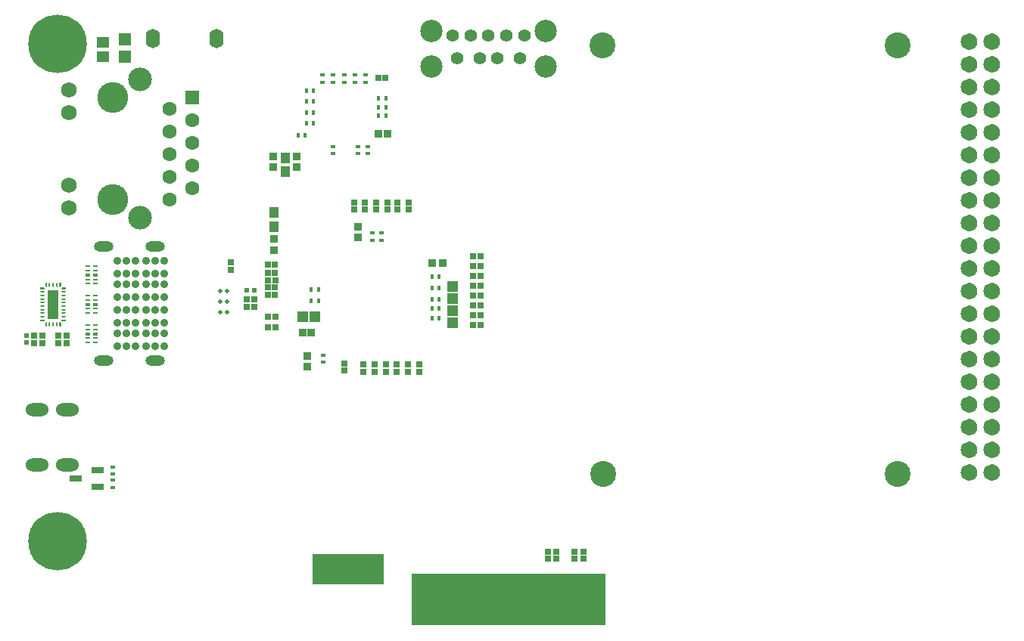
<source format=gbs>
G04*
G04 #@! TF.GenerationSoftware,Altium Limited,Altium Designer,21.6.4 (81)*
G04*
G04 Layer_Color=16711935*
%FSLAX44Y44*%
%MOMM*%
G71*
G04*
G04 #@! TF.SameCoordinates,3EDC82D6-234A-4603-B505-91B76C251D76*
G04*
G04*
G04 #@! TF.FilePolarity,Negative*
G04*
G01*
G75*
%ADD35R,0.5000X0.4000*%
%ADD45C,0.1800*%
G04:AMPARAMS|DCode=46|XSize=0.2mm|YSize=0.5mm|CornerRadius=0.05mm|HoleSize=0mm|Usage=FLASHONLY|Rotation=180.000|XOffset=0mm|YOffset=0mm|HoleType=Round|Shape=RoundedRectangle|*
%AMROUNDEDRECTD46*
21,1,0.2000,0.4000,0,0,180.0*
21,1,0.1000,0.5000,0,0,180.0*
1,1,0.1000,-0.0500,0.2000*
1,1,0.1000,0.0500,0.2000*
1,1,0.1000,0.0500,-0.2000*
1,1,0.1000,-0.0500,-0.2000*
%
%ADD46ROUNDEDRECTD46*%
G04:AMPARAMS|DCode=47|XSize=0.5mm|YSize=0.2mm|CornerRadius=0.05mm|HoleSize=0mm|Usage=FLASHONLY|Rotation=180.000|XOffset=0mm|YOffset=0mm|HoleType=Round|Shape=RoundedRectangle|*
%AMROUNDEDRECTD47*
21,1,0.5000,0.1000,0,0,180.0*
21,1,0.4000,0.2000,0,0,180.0*
1,1,0.1000,-0.2000,0.0500*
1,1,0.1000,0.2000,0.0500*
1,1,0.1000,0.2000,-0.0500*
1,1,0.1000,-0.2000,-0.0500*
%
%ADD47ROUNDEDRECTD47*%
G04:AMPARAMS|DCode=48|XSize=0.565mm|YSize=0.2mm|CornerRadius=0.05mm|HoleSize=0mm|Usage=FLASHONLY|Rotation=0.000|XOffset=0mm|YOffset=0mm|HoleType=Round|Shape=RoundedRectangle|*
%AMROUNDEDRECTD48*
21,1,0.5650,0.1000,0,0,0.0*
21,1,0.4650,0.2000,0,0,0.0*
1,1,0.1000,0.2325,-0.0500*
1,1,0.1000,-0.2325,-0.0500*
1,1,0.1000,-0.2325,0.0500*
1,1,0.1000,0.2325,0.0500*
%
%ADD48ROUNDEDRECTD48*%
%ADD64R,0.9051X0.9062*%
%ADD68R,0.4000X0.5000*%
%ADD77R,0.9062X0.9051*%
%ADD80R,0.5200X0.5200*%
%ADD90C,0.0000*%
%ADD91R,8.0000X3.4500*%
%ADD92R,21.7000X5.8500*%
%ADD93R,0.9144X4.3942*%
%ADD103R,0.7532X0.7532*%
G04:AMPARAMS|DCode=105|XSize=1.2mm|YSize=3.2mm|CornerRadius=0.048mm|HoleSize=0mm|Usage=FLASHONLY|Rotation=180.000|XOffset=0mm|YOffset=0mm|HoleType=Round|Shape=RoundedRectangle|*
%AMROUNDEDRECTD105*
21,1,1.2000,3.1040,0,0,180.0*
21,1,1.1040,3.2000,0,0,180.0*
1,1,0.0960,-0.5520,1.5520*
1,1,0.0960,0.5520,1.5520*
1,1,0.0960,0.5520,-1.5520*
1,1,0.0960,-0.5520,-1.5520*
%
%ADD105ROUNDEDRECTD105*%
G04:AMPARAMS|DCode=106|XSize=0.565mm|YSize=0.4mm|CornerRadius=0.05mm|HoleSize=0mm|Usage=FLASHONLY|Rotation=0.000|XOffset=0mm|YOffset=0mm|HoleType=Round|Shape=RoundedRectangle|*
%AMROUNDEDRECTD106*
21,1,0.5650,0.3000,0,0,0.0*
21,1,0.4650,0.4000,0,0,0.0*
1,1,0.1000,0.2325,-0.1500*
1,1,0.1000,-0.2325,-0.1500*
1,1,0.1000,-0.2325,0.1500*
1,1,0.1000,0.2325,0.1500*
%
%ADD106ROUNDEDRECTD106*%
%ADD107R,0.9032X0.8532*%
%ADD117R,0.6532X0.6532*%
%ADD118R,0.6532X0.6532*%
%ADD120R,0.8532X0.8532*%
%ADD123R,0.8032X0.7532*%
%ADD125O,2.2032X1.1176*%
%ADD126C,1.4112*%
%ADD127C,2.5032*%
%ADD128C,6.5532*%
G04:AMPARAMS|DCode=129|XSize=1.5mm|YSize=2.55mm|CornerRadius=0.75mm|HoleSize=0mm|Usage=FLASHONLY|Rotation=270.000|XOffset=0mm|YOffset=0mm|HoleType=Round|Shape=RoundedRectangle|*
%AMROUNDEDRECTD129*
21,1,1.5000,1.0500,0,0,270.0*
21,1,0.0000,2.5500,0,0,270.0*
1,1,1.5000,-0.5250,0.0000*
1,1,1.5000,-0.5250,0.0000*
1,1,1.5000,0.5250,0.0000*
1,1,1.5000,0.5250,0.0000*
%
%ADD129ROUNDEDRECTD129*%
%ADD130C,0.9032*%
%ADD131C,1.8232*%
%ADD132C,1.7332*%
%ADD133C,1.6012*%
%ADD134O,1.6032X2.1532*%
%ADD135R,1.6012X1.6012*%
%ADD136C,2.6482*%
%ADD137C,3.4532*%
%ADD138C,2.9032*%
%ADD139C,0.5000*%
%ADD169R,1.0582X1.3061*%
%ADD172R,1.3062X1.1544*%
%ADD174R,0.5200X0.5200*%
%ADD175R,1.1544X1.3062*%
%ADD177R,1.4621X1.3549*%
%ADD178R,1.4562X1.3046*%
%ADD181R,0.9144X3.4036*%
%ADD182R,1.4532X0.8032*%
%ADD183R,0.7532X0.7532*%
%ADD184R,0.7532X0.8032*%
%ADD185R,0.7032X0.6532*%
%ADD186R,0.7432X0.7832*%
G36*
X35500Y294500D02*
X35599D01*
X35783Y294424D01*
X35924Y294283D01*
X36000Y294099D01*
Y294000D01*
X36000D01*
Y290000D01*
X36000Y289900D01*
X35924Y289717D01*
X35783Y289576D01*
X35599Y289500D01*
X35500D01*
Y289500D01*
X34500Y289500D01*
X34400Y289500D01*
X34217Y289576D01*
X34076Y289717D01*
X34000Y289900D01*
X34000Y290000D01*
Y293600D01*
X34900Y294500D01*
X35500Y294500D01*
D02*
G37*
G36*
X33000Y297000D02*
X33099D01*
X33283Y296924D01*
X33424Y296783D01*
X33500Y296599D01*
Y296500D01*
X33500Y295900D01*
X32600Y295000D01*
X29000D01*
Y295000D01*
X28900Y295000D01*
X28717Y295076D01*
X28576Y295217D01*
X28500Y295401D01*
X28500Y295500D01*
X28500Y296500D01*
Y296599D01*
X28576Y296783D01*
X28717Y296924D01*
X28901Y297000D01*
X29000Y297000D01*
X33000Y297000D01*
Y297000D01*
D02*
G37*
G36*
X52000Y293600D02*
Y290000D01*
X52000D01*
X52000Y289900D01*
X51924Y289717D01*
X51783Y289576D01*
X51599Y289500D01*
X51500Y289500D01*
X50500Y289500D01*
X50401D01*
X50217Y289576D01*
X50076Y289717D01*
X50000Y289901D01*
X50000Y290000D01*
X50000Y294000D01*
Y294099D01*
X50076Y294283D01*
X50217Y294424D01*
X50401Y294500D01*
X50500D01*
X51100Y294500D01*
X52000Y293600D01*
D02*
G37*
G36*
X57000Y297000D02*
X57099Y297000D01*
X57283Y296924D01*
X57424Y296783D01*
X57500Y296599D01*
Y296500D01*
X57500D01*
X57500Y295500D01*
X57500Y295401D01*
X57424Y295217D01*
X57283Y295076D01*
X57099Y295000D01*
X57000Y295000D01*
X57000Y295000D01*
X53400D01*
X52500Y295900D01*
Y296500D01*
Y296599D01*
X52576Y296783D01*
X52717Y296924D01*
X52901Y297000D01*
X53000D01*
X53000Y297000D01*
X57000Y297000D01*
D02*
G37*
G36*
X29000Y333000D02*
X32600D01*
X33500Y332100D01*
X33500Y331500D01*
Y331401D01*
X33424Y331217D01*
X33283Y331076D01*
X33099Y331000D01*
X33000D01*
Y331000D01*
X29000D01*
X28901Y331000D01*
X28717Y331076D01*
X28576Y331217D01*
X28500Y331401D01*
Y331500D01*
Y331500D01*
X28500Y332500D01*
X28500Y332599D01*
X28576Y332783D01*
X28717Y332924D01*
X28900Y333000D01*
X29000Y333000D01*
D02*
G37*
G36*
X34500Y338500D02*
X35500Y338500D01*
Y338500D01*
X35599D01*
X35783Y338424D01*
X35924Y338283D01*
X36000Y338099D01*
X36000Y338000D01*
Y334000D01*
X36000Y334000D01*
Y333901D01*
X35924Y333717D01*
X35783Y333576D01*
X35599Y333500D01*
X34900D01*
X34000Y334400D01*
Y338000D01*
X34000Y338100D01*
X34076Y338283D01*
X34217Y338424D01*
X34400Y338500D01*
X34500Y338500D01*
D02*
G37*
G36*
X51783Y338424D02*
X51924Y338283D01*
X52000Y338100D01*
X52000Y338000D01*
X52000Y338000D01*
Y334400D01*
X51100Y333500D01*
X50401D01*
X50217Y333576D01*
X50076Y333717D01*
X50000Y333901D01*
Y334000D01*
Y334000D01*
X50000Y338000D01*
X50000Y338099D01*
X50076Y338283D01*
X50217Y338424D01*
X50401Y338500D01*
X50500D01*
X50500Y338500D01*
X51500Y338500D01*
X51599Y338500D01*
X51783Y338424D01*
D02*
G37*
G36*
X57283Y332924D02*
X57424Y332783D01*
X57500Y332599D01*
X57500Y332500D01*
X57500Y331500D01*
X57500Y331500D01*
Y331401D01*
X57424Y331217D01*
X57283Y331076D01*
X57099Y331000D01*
X57000Y331000D01*
X53000D01*
X53000Y331000D01*
X52901D01*
X52717Y331076D01*
X52576Y331217D01*
X52500Y331401D01*
Y331500D01*
Y332100D01*
X53400Y333000D01*
X57000D01*
X57099Y333000D01*
X57283Y332924D01*
D02*
G37*
G54D35*
X109500Y132000D02*
D03*
Y124000D02*
D03*
Y109000D02*
D03*
Y117000D02*
D03*
X392750Y570750D02*
D03*
X368750D02*
D03*
X384000Y483000D02*
D03*
X356500Y570750D02*
D03*
X400000Y386000D02*
D03*
X392750Y562750D02*
D03*
X380750D02*
D03*
X368750D02*
D03*
X356500D02*
D03*
X356000Y491000D02*
D03*
X410000Y394000D02*
D03*
X395000Y491000D02*
D03*
X400000Y394000D02*
D03*
X384000Y491000D02*
D03*
X344500Y562750D02*
D03*
X345000Y249000D02*
D03*
X410000Y386000D02*
D03*
X345000Y257000D02*
D03*
X380750Y570750D02*
D03*
X395000Y483000D02*
D03*
X344500Y570750D02*
D03*
X356000Y483000D02*
D03*
G54D45*
X35000Y292000D02*
D03*
X51000D02*
D03*
X35000Y336000D02*
D03*
X51000D02*
D03*
X31000Y296000D02*
D03*
Y332000D02*
D03*
X55000Y296000D02*
D03*
Y332000D02*
D03*
G54D46*
X39000Y336000D02*
D03*
X43000D02*
D03*
X47000D02*
D03*
Y292000D02*
D03*
X43000D02*
D03*
X39000D02*
D03*
G54D47*
X31000Y300000D02*
D03*
Y304000D02*
D03*
Y308000D02*
D03*
Y312000D02*
D03*
Y316000D02*
D03*
Y320000D02*
D03*
Y324000D02*
D03*
Y328000D02*
D03*
X55000D02*
D03*
Y324000D02*
D03*
Y320000D02*
D03*
Y316000D02*
D03*
Y312000D02*
D03*
Y308000D02*
D03*
Y304000D02*
D03*
Y300000D02*
D03*
G54D48*
X81650Y291000D02*
D03*
X90000D02*
D03*
X81650Y286000D02*
D03*
X90000D02*
D03*
X81650Y276000D02*
D03*
X90000D02*
D03*
X81650Y271000D02*
D03*
X90000D02*
D03*
X81825Y357000D02*
D03*
X90175D02*
D03*
X81825Y352000D02*
D03*
X90175D02*
D03*
Y342000D02*
D03*
X81825D02*
D03*
X90175Y337000D02*
D03*
X81825D02*
D03*
X90350Y319000D02*
D03*
X82000D02*
D03*
Y309000D02*
D03*
X90350D02*
D03*
Y304000D02*
D03*
X82000D02*
D03*
Y324000D02*
D03*
X90350D02*
D03*
G54D64*
X466994Y360000D02*
D03*
X479006D02*
D03*
G54D68*
X415000Y535000D02*
D03*
X407000D02*
D03*
X415000Y525000D02*
D03*
X326500Y553000D02*
D03*
Y528750D02*
D03*
Y517000D02*
D03*
X467000Y345000D02*
D03*
Y320000D02*
D03*
Y309000D02*
D03*
X475000D02*
D03*
Y345000D02*
D03*
Y320000D02*
D03*
Y332000D02*
D03*
X467000Y298000D02*
D03*
X407000Y545000D02*
D03*
Y525000D02*
D03*
X334500Y553000D02*
D03*
Y541000D02*
D03*
Y528750D02*
D03*
X325000Y503000D02*
D03*
X334500Y517000D02*
D03*
X332000Y318000D02*
D03*
Y331000D02*
D03*
X340000Y318000D02*
D03*
Y331000D02*
D03*
X467000Y332000D02*
D03*
X415000Y545000D02*
D03*
X326500Y541000D02*
D03*
X317000Y503000D02*
D03*
X475000Y298000D02*
D03*
G54D77*
X327000Y256006D02*
D03*
Y243994D02*
D03*
X290000Y387006D02*
D03*
Y374994D02*
D03*
X289500Y467494D02*
D03*
Y479506D02*
D03*
X315500D02*
D03*
Y467494D02*
D03*
X384000Y388994D02*
D03*
Y401006D02*
D03*
G54D80*
X259750Y329750D02*
D03*
X267750D02*
D03*
G54D90*
X1076211Y608600D02*
X1075828Y611138D01*
X1074714Y613451D01*
X1072969Y615332D01*
X1070746Y616615D01*
X1068243Y617187D01*
X1065684Y616995D01*
X1063295Y616057D01*
X1061288Y614457D01*
X1059842Y612336D01*
X1059086Y609883D01*
Y607317D01*
X1059842Y604864D01*
X1061288Y602743D01*
X1063295Y601143D01*
X1065684Y600205D01*
X1068243Y600014D01*
X1070746Y600585D01*
X1072969Y601868D01*
X1074714Y603750D01*
X1075828Y606062D01*
X1076211Y608600D01*
X1101611D02*
X1101228Y611138D01*
X1100114Y613451D01*
X1098369Y615332D01*
X1096146Y616615D01*
X1093643Y617187D01*
X1091084Y616995D01*
X1088695Y616057D01*
X1086688Y614457D01*
X1085242Y612336D01*
X1084486Y609883D01*
Y607317D01*
X1085242Y604864D01*
X1086688Y602743D01*
X1088695Y601143D01*
X1091084Y600205D01*
X1093643Y600014D01*
X1096146Y600585D01*
X1098369Y601868D01*
X1100114Y603750D01*
X1101228Y606062D01*
X1101611Y608600D01*
X1076211Y583200D02*
X1075828Y585738D01*
X1074714Y588050D01*
X1072969Y589932D01*
X1070746Y591215D01*
X1068243Y591786D01*
X1065684Y591595D01*
X1063295Y590657D01*
X1061288Y589057D01*
X1059842Y586936D01*
X1059086Y584483D01*
Y581917D01*
X1059842Y579464D01*
X1061288Y577343D01*
X1063295Y575743D01*
X1065684Y574805D01*
X1068243Y574613D01*
X1070746Y575185D01*
X1072969Y576468D01*
X1074714Y578349D01*
X1075828Y580662D01*
X1076211Y583200D01*
X1101611D02*
X1101228Y585738D01*
X1100114Y588050D01*
X1098369Y589932D01*
X1096146Y591215D01*
X1093643Y591786D01*
X1091084Y591595D01*
X1088695Y590657D01*
X1086688Y589057D01*
X1085242Y586936D01*
X1084486Y584483D01*
Y581917D01*
X1085242Y579464D01*
X1086688Y577343D01*
X1088695Y575743D01*
X1091084Y574805D01*
X1093643Y574613D01*
X1096146Y575185D01*
X1098369Y576468D01*
X1100114Y578349D01*
X1101228Y580662D01*
X1101611Y583200D01*
X1076211Y557800D02*
X1075828Y560338D01*
X1074714Y562650D01*
X1072969Y564532D01*
X1070746Y565815D01*
X1068243Y566386D01*
X1065684Y566195D01*
X1063295Y565257D01*
X1061288Y563657D01*
X1059842Y561536D01*
X1059086Y559083D01*
Y556517D01*
X1059842Y554064D01*
X1061288Y551943D01*
X1063295Y550343D01*
X1065684Y549405D01*
X1068243Y549213D01*
X1070746Y549785D01*
X1072969Y551068D01*
X1074714Y552949D01*
X1075828Y555262D01*
X1076211Y557800D01*
X1101611D02*
X1101228Y560338D01*
X1100114Y562650D01*
X1098369Y564532D01*
X1096146Y565815D01*
X1093643Y566386D01*
X1091084Y566195D01*
X1088695Y565257D01*
X1086688Y563657D01*
X1085242Y561536D01*
X1084486Y559083D01*
Y556517D01*
X1085242Y554064D01*
X1086688Y551943D01*
X1088695Y550343D01*
X1091084Y549405D01*
X1093643Y549213D01*
X1096146Y549785D01*
X1098369Y551068D01*
X1100114Y552949D01*
X1101228Y555262D01*
X1101611Y557800D01*
X1076211Y532400D02*
X1075828Y534938D01*
X1074714Y537251D01*
X1072969Y539132D01*
X1070746Y540415D01*
X1068243Y540987D01*
X1065684Y540795D01*
X1063295Y539857D01*
X1061288Y538257D01*
X1059842Y536136D01*
X1059086Y533683D01*
Y531117D01*
X1059842Y528664D01*
X1061288Y526543D01*
X1063295Y524943D01*
X1065684Y524005D01*
X1068243Y523814D01*
X1070746Y524385D01*
X1072969Y525668D01*
X1074714Y527550D01*
X1075828Y529862D01*
X1076211Y532400D01*
X1101611D02*
X1101228Y534938D01*
X1100114Y537251D01*
X1098369Y539132D01*
X1096146Y540415D01*
X1093643Y540987D01*
X1091084Y540795D01*
X1088695Y539857D01*
X1086688Y538257D01*
X1085242Y536136D01*
X1084486Y533683D01*
Y531117D01*
X1085242Y528664D01*
X1086688Y526543D01*
X1088695Y524943D01*
X1091084Y524005D01*
X1093643Y523814D01*
X1096146Y524385D01*
X1098369Y525668D01*
X1100114Y527550D01*
X1101228Y529862D01*
X1101611Y532400D01*
X1076211Y507000D02*
X1075828Y509538D01*
X1074714Y511851D01*
X1072969Y513732D01*
X1070746Y515015D01*
X1068243Y515587D01*
X1065684Y515395D01*
X1063295Y514457D01*
X1061288Y512857D01*
X1059842Y510736D01*
X1059086Y508283D01*
Y505717D01*
X1059842Y503264D01*
X1061288Y501143D01*
X1063295Y499543D01*
X1065684Y498605D01*
X1068243Y498414D01*
X1070746Y498985D01*
X1072969Y500268D01*
X1074714Y502150D01*
X1075828Y504462D01*
X1076211Y507000D01*
X1101611D02*
X1101228Y509538D01*
X1100114Y511851D01*
X1098369Y513732D01*
X1096146Y515015D01*
X1093643Y515587D01*
X1091084Y515395D01*
X1088695Y514457D01*
X1086688Y512857D01*
X1085242Y510736D01*
X1084486Y508283D01*
Y505717D01*
X1085242Y503264D01*
X1086688Y501143D01*
X1088695Y499543D01*
X1091084Y498605D01*
X1093643Y498414D01*
X1096146Y498985D01*
X1098369Y500268D01*
X1100114Y502150D01*
X1101228Y504462D01*
X1101611Y507000D01*
X1076211Y481600D02*
X1075828Y484138D01*
X1074714Y486451D01*
X1072969Y488332D01*
X1070746Y489615D01*
X1068243Y490187D01*
X1065684Y489995D01*
X1063295Y489057D01*
X1061288Y487457D01*
X1059842Y485336D01*
X1059086Y482883D01*
Y480317D01*
X1059842Y477864D01*
X1061288Y475743D01*
X1063295Y474143D01*
X1065684Y473205D01*
X1068243Y473013D01*
X1070746Y473585D01*
X1072969Y474868D01*
X1074714Y476749D01*
X1075828Y479062D01*
X1076211Y481600D01*
X1101611D02*
X1101228Y484138D01*
X1100114Y486451D01*
X1098369Y488332D01*
X1096146Y489615D01*
X1093643Y490187D01*
X1091084Y489995D01*
X1088695Y489057D01*
X1086688Y487457D01*
X1085242Y485336D01*
X1084486Y482883D01*
Y480317D01*
X1085242Y477864D01*
X1086688Y475743D01*
X1088695Y474143D01*
X1091084Y473205D01*
X1093643Y473013D01*
X1096146Y473585D01*
X1098369Y474868D01*
X1100114Y476749D01*
X1101228Y479062D01*
X1101611Y481600D01*
X1076211Y456200D02*
X1075828Y458738D01*
X1074714Y461050D01*
X1072969Y462932D01*
X1070746Y464215D01*
X1068243Y464786D01*
X1065684Y464595D01*
X1063295Y463657D01*
X1061288Y462057D01*
X1059842Y459936D01*
X1059086Y457483D01*
Y454917D01*
X1059842Y452464D01*
X1061288Y450343D01*
X1063295Y448743D01*
X1065684Y447805D01*
X1068243Y447613D01*
X1070746Y448185D01*
X1072969Y449468D01*
X1074714Y451349D01*
X1075828Y453662D01*
X1076211Y456200D01*
X1101611D02*
X1101228Y458738D01*
X1100114Y461050D01*
X1098369Y462932D01*
X1096146Y464215D01*
X1093643Y464786D01*
X1091084Y464595D01*
X1088695Y463657D01*
X1086688Y462057D01*
X1085242Y459936D01*
X1084486Y457483D01*
Y454917D01*
X1085242Y452464D01*
X1086688Y450343D01*
X1088695Y448743D01*
X1091084Y447805D01*
X1093643Y447613D01*
X1096146Y448185D01*
X1098369Y449468D01*
X1100114Y451349D01*
X1101228Y453662D01*
X1101611Y456200D01*
X1076211Y430800D02*
X1075828Y433338D01*
X1074714Y435650D01*
X1072969Y437532D01*
X1070746Y438815D01*
X1068243Y439386D01*
X1065684Y439195D01*
X1063295Y438257D01*
X1061288Y436657D01*
X1059842Y434536D01*
X1059086Y432083D01*
Y429517D01*
X1059842Y427064D01*
X1061288Y424943D01*
X1063295Y423343D01*
X1065684Y422405D01*
X1068243Y422214D01*
X1070746Y422785D01*
X1072969Y424068D01*
X1074714Y425950D01*
X1075828Y428262D01*
X1076211Y430800D01*
X1101611D02*
X1101228Y433338D01*
X1100114Y435650D01*
X1098369Y437532D01*
X1096146Y438815D01*
X1093643Y439386D01*
X1091084Y439195D01*
X1088695Y438257D01*
X1086688Y436657D01*
X1085242Y434536D01*
X1084486Y432083D01*
Y429517D01*
X1085242Y427064D01*
X1086688Y424943D01*
X1088695Y423343D01*
X1091084Y422405D01*
X1093643Y422214D01*
X1096146Y422785D01*
X1098369Y424068D01*
X1100114Y425950D01*
X1101228Y428262D01*
X1101611Y430800D01*
X1076211Y405400D02*
X1075828Y407938D01*
X1074714Y410251D01*
X1072969Y412132D01*
X1070746Y413415D01*
X1068243Y413987D01*
X1065684Y413795D01*
X1063295Y412857D01*
X1061288Y411257D01*
X1059842Y409136D01*
X1059086Y406683D01*
Y404117D01*
X1059842Y401664D01*
X1061288Y399543D01*
X1063295Y397943D01*
X1065684Y397005D01*
X1068243Y396814D01*
X1070746Y397385D01*
X1072969Y398668D01*
X1074714Y400550D01*
X1075828Y402862D01*
X1076211Y405400D01*
X1101611D02*
X1101228Y407938D01*
X1100114Y410251D01*
X1098369Y412132D01*
X1096146Y413415D01*
X1093643Y413987D01*
X1091084Y413795D01*
X1088695Y412857D01*
X1086688Y411257D01*
X1085242Y409136D01*
X1084486Y406683D01*
Y404117D01*
X1085242Y401664D01*
X1086688Y399543D01*
X1088695Y397943D01*
X1091084Y397005D01*
X1093643Y396814D01*
X1096146Y397385D01*
X1098369Y398668D01*
X1100114Y400550D01*
X1101228Y402862D01*
X1101611Y405400D01*
X1076211Y380000D02*
X1075828Y382538D01*
X1074714Y384851D01*
X1072969Y386732D01*
X1070746Y388015D01*
X1068243Y388587D01*
X1065684Y388395D01*
X1063295Y387457D01*
X1061288Y385857D01*
X1059842Y383736D01*
X1059086Y381283D01*
Y378717D01*
X1059842Y376264D01*
X1061288Y374143D01*
X1063295Y372543D01*
X1065684Y371605D01*
X1068243Y371413D01*
X1070746Y371985D01*
X1072969Y373268D01*
X1074714Y375149D01*
X1075828Y377462D01*
X1076211Y380000D01*
X1101611D02*
X1101228Y382538D01*
X1100114Y384851D01*
X1098369Y386732D01*
X1096146Y388015D01*
X1093643Y388587D01*
X1091084Y388395D01*
X1088695Y387457D01*
X1086688Y385857D01*
X1085242Y383736D01*
X1084486Y381283D01*
Y378717D01*
X1085242Y376264D01*
X1086688Y374143D01*
X1088695Y372543D01*
X1091084Y371605D01*
X1093643Y371413D01*
X1096146Y371985D01*
X1098369Y373268D01*
X1100114Y375149D01*
X1101228Y377462D01*
X1101611Y380000D01*
X1076211Y354600D02*
X1075828Y357138D01*
X1074714Y359450D01*
X1072969Y361332D01*
X1070746Y362615D01*
X1068243Y363186D01*
X1065684Y362995D01*
X1063295Y362057D01*
X1061288Y360457D01*
X1059842Y358336D01*
X1059086Y355883D01*
Y353317D01*
X1059842Y350864D01*
X1061288Y348743D01*
X1063295Y347143D01*
X1065684Y346205D01*
X1068243Y346013D01*
X1070746Y346585D01*
X1072969Y347868D01*
X1074714Y349749D01*
X1075828Y352062D01*
X1076211Y354600D01*
X1101611D02*
X1101228Y357138D01*
X1100114Y359450D01*
X1098369Y361332D01*
X1096146Y362615D01*
X1093643Y363186D01*
X1091084Y362995D01*
X1088695Y362057D01*
X1086688Y360457D01*
X1085242Y358336D01*
X1084486Y355883D01*
Y353317D01*
X1085242Y350864D01*
X1086688Y348743D01*
X1088695Y347143D01*
X1091084Y346205D01*
X1093643Y346013D01*
X1096146Y346585D01*
X1098369Y347868D01*
X1100114Y349749D01*
X1101228Y352062D01*
X1101611Y354600D01*
X1076211Y329200D02*
X1075828Y331738D01*
X1074714Y334050D01*
X1072969Y335932D01*
X1070746Y337215D01*
X1068243Y337786D01*
X1065684Y337595D01*
X1063295Y336657D01*
X1061288Y335057D01*
X1059842Y332936D01*
X1059086Y330483D01*
Y327917D01*
X1059842Y325464D01*
X1061288Y323343D01*
X1063295Y321743D01*
X1065684Y320805D01*
X1068243Y320614D01*
X1070746Y321185D01*
X1072969Y322468D01*
X1074714Y324350D01*
X1075828Y326662D01*
X1076211Y329200D01*
X1101611D02*
X1101228Y331738D01*
X1100114Y334050D01*
X1098369Y335932D01*
X1096146Y337215D01*
X1093643Y337786D01*
X1091084Y337595D01*
X1088695Y336657D01*
X1086688Y335057D01*
X1085242Y332936D01*
X1084486Y330483D01*
Y327917D01*
X1085242Y325464D01*
X1086688Y323343D01*
X1088695Y321743D01*
X1091084Y320805D01*
X1093643Y320614D01*
X1096146Y321185D01*
X1098369Y322468D01*
X1100114Y324350D01*
X1101228Y326662D01*
X1101611Y329200D01*
X1076211Y303800D02*
X1075828Y306338D01*
X1074714Y308650D01*
X1072969Y310532D01*
X1070746Y311815D01*
X1068243Y312386D01*
X1065684Y312195D01*
X1063295Y311257D01*
X1061288Y309657D01*
X1059842Y307536D01*
X1059086Y305083D01*
Y302517D01*
X1059842Y300064D01*
X1061288Y297943D01*
X1063295Y296343D01*
X1065684Y295405D01*
X1068243Y295214D01*
X1070746Y295785D01*
X1072969Y297068D01*
X1074714Y298950D01*
X1075828Y301262D01*
X1076211Y303800D01*
X1101611D02*
X1101228Y306338D01*
X1100114Y308650D01*
X1098369Y310532D01*
X1096146Y311815D01*
X1093643Y312386D01*
X1091084Y312195D01*
X1088695Y311257D01*
X1086688Y309657D01*
X1085242Y307536D01*
X1084486Y305083D01*
Y302517D01*
X1085242Y300064D01*
X1086688Y297943D01*
X1088695Y296343D01*
X1091084Y295405D01*
X1093643Y295214D01*
X1096146Y295785D01*
X1098369Y297068D01*
X1100114Y298950D01*
X1101228Y301262D01*
X1101611Y303800D01*
X1076211Y278400D02*
X1075828Y280938D01*
X1074714Y283251D01*
X1072969Y285132D01*
X1070746Y286415D01*
X1068243Y286987D01*
X1065684Y286795D01*
X1063295Y285857D01*
X1061288Y284257D01*
X1059842Y282136D01*
X1059086Y279683D01*
Y277117D01*
X1059842Y274664D01*
X1061288Y272543D01*
X1063295Y270943D01*
X1065684Y270005D01*
X1068243Y269813D01*
X1070746Y270385D01*
X1072969Y271668D01*
X1074714Y273549D01*
X1075828Y275862D01*
X1076211Y278400D01*
X1101611D02*
X1101228Y280938D01*
X1100114Y283251D01*
X1098369Y285132D01*
X1096146Y286415D01*
X1093643Y286987D01*
X1091084Y286795D01*
X1088695Y285857D01*
X1086688Y284257D01*
X1085242Y282136D01*
X1084486Y279683D01*
Y277117D01*
X1085242Y274664D01*
X1086688Y272543D01*
X1088695Y270943D01*
X1091084Y270005D01*
X1093643Y269813D01*
X1096146Y270385D01*
X1098369Y271668D01*
X1100114Y273549D01*
X1101228Y275862D01*
X1101611Y278400D01*
X1076211Y253000D02*
X1075828Y255538D01*
X1074714Y257850D01*
X1072969Y259732D01*
X1070746Y261015D01*
X1068243Y261586D01*
X1065684Y261395D01*
X1063295Y260457D01*
X1061288Y258857D01*
X1059842Y256736D01*
X1059086Y254283D01*
Y251717D01*
X1059842Y249264D01*
X1061288Y247143D01*
X1063295Y245543D01*
X1065684Y244605D01*
X1068243Y244414D01*
X1070746Y244985D01*
X1072969Y246268D01*
X1074714Y248150D01*
X1075828Y250462D01*
X1076211Y253000D01*
X1101611D02*
X1101228Y255538D01*
X1100114Y257850D01*
X1098369Y259732D01*
X1096146Y261015D01*
X1093643Y261586D01*
X1091084Y261395D01*
X1088695Y260457D01*
X1086688Y258857D01*
X1085242Y256736D01*
X1084486Y254283D01*
Y251717D01*
X1085242Y249264D01*
X1086688Y247143D01*
X1088695Y245543D01*
X1091084Y244605D01*
X1093643Y244414D01*
X1096146Y244985D01*
X1098369Y246268D01*
X1100114Y248150D01*
X1101228Y250462D01*
X1101611Y253000D01*
X1076211Y227600D02*
X1075828Y230138D01*
X1074714Y232451D01*
X1072969Y234332D01*
X1070746Y235615D01*
X1068243Y236187D01*
X1065684Y235995D01*
X1063295Y235057D01*
X1061288Y233457D01*
X1059842Y231336D01*
X1059086Y228883D01*
Y226317D01*
X1059842Y223864D01*
X1061288Y221743D01*
X1063295Y220143D01*
X1065684Y219205D01*
X1068243Y219014D01*
X1070746Y219585D01*
X1072969Y220868D01*
X1074714Y222750D01*
X1075828Y225062D01*
X1076211Y227600D01*
X1101611D02*
X1101228Y230138D01*
X1100114Y232451D01*
X1098369Y234332D01*
X1096146Y235615D01*
X1093643Y236187D01*
X1091084Y235995D01*
X1088695Y235057D01*
X1086688Y233457D01*
X1085242Y231336D01*
X1084486Y228883D01*
Y226317D01*
X1085242Y223864D01*
X1086688Y221743D01*
X1088695Y220143D01*
X1091084Y219205D01*
X1093643Y219014D01*
X1096146Y219585D01*
X1098369Y220868D01*
X1100114Y222750D01*
X1101228Y225062D01*
X1101611Y227600D01*
X1076211Y202200D02*
X1075828Y204738D01*
X1074714Y207050D01*
X1072969Y208932D01*
X1070746Y210215D01*
X1068243Y210786D01*
X1065684Y210595D01*
X1063295Y209657D01*
X1061288Y208057D01*
X1059842Y205936D01*
X1059086Y203483D01*
Y200917D01*
X1059842Y198464D01*
X1061288Y196343D01*
X1063295Y194743D01*
X1065684Y193805D01*
X1068243Y193613D01*
X1070746Y194185D01*
X1072969Y195468D01*
X1074714Y197349D01*
X1075828Y199662D01*
X1076211Y202200D01*
X1101611D02*
X1101228Y204738D01*
X1100114Y207050D01*
X1098369Y208932D01*
X1096146Y210215D01*
X1093643Y210786D01*
X1091084Y210595D01*
X1088695Y209657D01*
X1086688Y208057D01*
X1085242Y205936D01*
X1084486Y203483D01*
Y200917D01*
X1085242Y198464D01*
X1086688Y196343D01*
X1088695Y194743D01*
X1091084Y193805D01*
X1093643Y193613D01*
X1096146Y194185D01*
X1098369Y195468D01*
X1100114Y197349D01*
X1101228Y199662D01*
X1101611Y202200D01*
X1076211Y176800D02*
X1075828Y179338D01*
X1074714Y181651D01*
X1072969Y183532D01*
X1070746Y184815D01*
X1068243Y185387D01*
X1065684Y185195D01*
X1063295Y184257D01*
X1061288Y182657D01*
X1059842Y180536D01*
X1059086Y178083D01*
Y175517D01*
X1059842Y173064D01*
X1061288Y170943D01*
X1063295Y169343D01*
X1065684Y168405D01*
X1068243Y168214D01*
X1070746Y168785D01*
X1072969Y170068D01*
X1074714Y171950D01*
X1075828Y174262D01*
X1076211Y176800D01*
X1101611D02*
X1101228Y179338D01*
X1100114Y181651D01*
X1098369Y183532D01*
X1096146Y184815D01*
X1093643Y185387D01*
X1091084Y185195D01*
X1088695Y184257D01*
X1086688Y182657D01*
X1085242Y180536D01*
X1084486Y178083D01*
Y175517D01*
X1085242Y173064D01*
X1086688Y170943D01*
X1088695Y169343D01*
X1091084Y168405D01*
X1093643Y168214D01*
X1096146Y168785D01*
X1098369Y170068D01*
X1100114Y171950D01*
X1101228Y174262D01*
X1101611Y176800D01*
X1076211Y151400D02*
X1075828Y153938D01*
X1074714Y156250D01*
X1072969Y158132D01*
X1070746Y159415D01*
X1068243Y159986D01*
X1065684Y159795D01*
X1063295Y158857D01*
X1061288Y157257D01*
X1059842Y155136D01*
X1059086Y152683D01*
Y150117D01*
X1059842Y147664D01*
X1061288Y145543D01*
X1063295Y143943D01*
X1065684Y143005D01*
X1068243Y142814D01*
X1070746Y143385D01*
X1072969Y144668D01*
X1074714Y146550D01*
X1075828Y148862D01*
X1076211Y151400D01*
X1101611D02*
X1101228Y153938D01*
X1100114Y156250D01*
X1098369Y158132D01*
X1096146Y159415D01*
X1093643Y159986D01*
X1091084Y159795D01*
X1088695Y158857D01*
X1086688Y157257D01*
X1085242Y155136D01*
X1084486Y152683D01*
Y150117D01*
X1085242Y147664D01*
X1086688Y145543D01*
X1088695Y143943D01*
X1091084Y143005D01*
X1093643Y142814D01*
X1096146Y143385D01*
X1098369Y144668D01*
X1100114Y146550D01*
X1101228Y148862D01*
X1101611Y151400D01*
X1076211Y126000D02*
X1075828Y128538D01*
X1074714Y130850D01*
X1072969Y132732D01*
X1070746Y134015D01*
X1068243Y134586D01*
X1065684Y134395D01*
X1063295Y133457D01*
X1061288Y131857D01*
X1059842Y129736D01*
X1059086Y127283D01*
Y124717D01*
X1059842Y122264D01*
X1061288Y120143D01*
X1063295Y118543D01*
X1065684Y117605D01*
X1068243Y117414D01*
X1070746Y117985D01*
X1072969Y119268D01*
X1074714Y121150D01*
X1075828Y123462D01*
X1076211Y126000D01*
X1101611D02*
X1101228Y128538D01*
X1100114Y130850D01*
X1098369Y132732D01*
X1096146Y134015D01*
X1093643Y134586D01*
X1091084Y134395D01*
X1088695Y133457D01*
X1086688Y131857D01*
X1085242Y129736D01*
X1084486Y127283D01*
Y124717D01*
X1085242Y122264D01*
X1086688Y120143D01*
X1088695Y118543D01*
X1091084Y117605D01*
X1093643Y117414D01*
X1096146Y117985D01*
X1098369Y119268D01*
X1100114Y121150D01*
X1101228Y123462D01*
X1101611Y126000D01*
G54D91*
X373500Y17250D02*
D03*
G54D92*
X552500Y-16750D02*
D03*
G54D93*
X496514Y-9906D02*
D03*
X506514D02*
D03*
X516514D02*
D03*
X526514D02*
D03*
X626514D02*
D03*
X636514D02*
D03*
X596514D02*
D03*
X606514D02*
D03*
X556514D02*
D03*
X486514D02*
D03*
X616514D02*
D03*
X586514D02*
D03*
X646514D02*
D03*
X466514D02*
D03*
X476514D02*
D03*
X546514D02*
D03*
X536514D02*
D03*
G54D103*
X242000Y352250D02*
D03*
Y361250D02*
D03*
X48750Y279250D02*
D03*
Y270250D02*
D03*
X57750Y279250D02*
D03*
Y270250D02*
D03*
X31250Y279250D02*
D03*
Y270250D02*
D03*
G54D105*
X43000Y314000D02*
D03*
G54D106*
X81650Y281000D02*
D03*
X90000D02*
D03*
X90175Y347000D02*
D03*
X81825D02*
D03*
X82000Y314000D02*
D03*
X90350D02*
D03*
G54D107*
X407250Y505000D02*
D03*
X416750D02*
D03*
G54D117*
X452500Y246500D02*
D03*
Y238500D02*
D03*
X440000Y246500D02*
D03*
Y238500D02*
D03*
X427500Y246500D02*
D03*
Y238500D02*
D03*
X415000Y246500D02*
D03*
Y238500D02*
D03*
X402500Y246500D02*
D03*
Y238500D02*
D03*
X390000Y246500D02*
D03*
Y238500D02*
D03*
X369000Y248000D02*
D03*
Y240000D02*
D03*
X441000Y428000D02*
D03*
X428454D02*
D03*
X416727D02*
D03*
X391909D02*
D03*
X404182D02*
D03*
X379636D02*
D03*
X441000Y420000D02*
D03*
X416727D02*
D03*
X428454D02*
D03*
X404182D02*
D03*
X391909D02*
D03*
X379636D02*
D03*
G54D118*
X513000Y368000D02*
D03*
X521000D02*
D03*
X283250Y324750D02*
D03*
X283250Y332818D02*
D03*
X283500Y340750D02*
D03*
X521000Y291000D02*
D03*
Y302000D02*
D03*
X283250Y348887D02*
D03*
Y358409D02*
D03*
X521000Y357000D02*
D03*
Y346000D02*
D03*
Y313000D02*
D03*
Y324000D02*
D03*
X521000Y335000D02*
D03*
X283500Y300000D02*
D03*
X283500Y288000D02*
D03*
X291500D02*
D03*
X291250Y348887D02*
D03*
Y358409D02*
D03*
X291250Y332818D02*
D03*
X291250Y324750D02*
D03*
X291500Y340750D02*
D03*
Y300000D02*
D03*
X513000Y302000D02*
D03*
Y346000D02*
D03*
Y357000D02*
D03*
Y313000D02*
D03*
Y324000D02*
D03*
X513000Y335000D02*
D03*
X513000Y291000D02*
D03*
G54D120*
X322000Y282000D02*
D03*
X332000D02*
D03*
G54D123*
X259500Y320000D02*
D03*
X268000D02*
D03*
G54D125*
X156800Y378500D02*
D03*
X100000Y251000D02*
D03*
X156800D02*
D03*
X100000Y378500D02*
D03*
G54D126*
X530000Y615000D02*
D03*
X510000D02*
D03*
X490000D02*
D03*
X550000D02*
D03*
X570000D02*
D03*
X565000Y590000D02*
D03*
X520000D02*
D03*
X540000D02*
D03*
X495000D02*
D03*
G54D127*
X594000Y580000D02*
D03*
Y620000D02*
D03*
X466000Y580000D02*
D03*
Y620000D02*
D03*
G54D128*
X48018Y605540D02*
D03*
X48018Y48500D02*
D03*
G54D129*
X59100Y134000D02*
D03*
Y196000D02*
D03*
X25500Y134000D02*
D03*
Y196000D02*
D03*
G54D130*
X167000Y362500D02*
D03*
Y348000D02*
D03*
Y336500D02*
D03*
Y322000D02*
D03*
Y307500D02*
D03*
Y293000D02*
D03*
Y281500D02*
D03*
Y267000D02*
D03*
X157000Y362500D02*
D03*
Y348000D02*
D03*
Y336500D02*
D03*
Y322000D02*
D03*
Y307500D02*
D03*
Y293000D02*
D03*
Y281500D02*
D03*
Y267000D02*
D03*
X147000Y362500D02*
D03*
Y348000D02*
D03*
Y336500D02*
D03*
Y322000D02*
D03*
Y307500D02*
D03*
Y293000D02*
D03*
Y281500D02*
D03*
Y267000D02*
D03*
X135000Y362500D02*
D03*
Y348000D02*
D03*
Y336500D02*
D03*
Y322000D02*
D03*
Y307500D02*
D03*
Y293000D02*
D03*
Y281500D02*
D03*
Y267000D02*
D03*
X125000Y362500D02*
D03*
Y348000D02*
D03*
Y336500D02*
D03*
Y322000D02*
D03*
Y307500D02*
D03*
Y293000D02*
D03*
Y281500D02*
D03*
Y267000D02*
D03*
X115000Y362500D02*
D03*
Y348000D02*
D03*
Y336500D02*
D03*
Y322000D02*
D03*
Y307500D02*
D03*
Y293000D02*
D03*
Y281500D02*
D03*
Y267000D02*
D03*
G54D131*
X1067600Y608600D02*
D03*
X1093000D02*
D03*
X1067600Y583200D02*
D03*
X1093000D02*
D03*
X1067600Y557800D02*
D03*
X1093000D02*
D03*
X1067600Y532400D02*
D03*
X1093000D02*
D03*
X1067600Y507000D02*
D03*
X1093000D02*
D03*
X1067600Y481600D02*
D03*
X1093000D02*
D03*
X1067600Y456200D02*
D03*
X1093000D02*
D03*
X1067600Y430800D02*
D03*
X1093000D02*
D03*
X1067600Y405400D02*
D03*
X1093000D02*
D03*
X1067600Y380000D02*
D03*
X1093000D02*
D03*
X1067600Y354600D02*
D03*
X1093000D02*
D03*
X1067600Y329200D02*
D03*
X1093000D02*
D03*
X1067600Y303800D02*
D03*
X1093000D02*
D03*
X1067600Y278400D02*
D03*
X1093000D02*
D03*
X1067600Y253000D02*
D03*
X1093000D02*
D03*
X1067600Y227600D02*
D03*
X1093000D02*
D03*
X1067600Y202200D02*
D03*
X1093000D02*
D03*
X1067600Y176800D02*
D03*
X1093000D02*
D03*
X1067600Y151400D02*
D03*
X1093000D02*
D03*
X1067600Y126000D02*
D03*
X1093000D02*
D03*
G54D132*
X60500Y421900D02*
D03*
Y554400D02*
D03*
Y529000D02*
D03*
Y447300D02*
D03*
G54D133*
X198400Y519950D02*
D03*
X173000Y532550D02*
D03*
X198400Y469150D02*
D03*
X173000Y507150D02*
D03*
Y481750D02*
D03*
X198400Y494550D02*
D03*
Y443750D02*
D03*
X173000Y456350D02*
D03*
Y430950D02*
D03*
G54D134*
X225750Y611950D02*
D03*
X154250D02*
D03*
G54D135*
X198400Y545350D02*
D03*
G54D136*
X140000Y565600D02*
D03*
Y410700D02*
D03*
G54D137*
X109500Y545300D02*
D03*
Y431000D02*
D03*
G54D138*
X988011Y123808D02*
D03*
Y603808D02*
D03*
X658011Y123808D02*
D03*
X657975Y603808D02*
D03*
G54D139*
X230250Y329000D02*
D03*
Y317000D02*
D03*
Y305000D02*
D03*
X237250Y329000D02*
D03*
Y317000D02*
D03*
Y305000D02*
D03*
X39500Y302000D02*
D03*
Y314000D02*
D03*
Y326000D02*
D03*
X46500Y302000D02*
D03*
Y314000D02*
D03*
Y326000D02*
D03*
G54D169*
X290000Y401239D02*
D03*
Y416761D02*
D03*
X302500Y462500D02*
D03*
Y478022D02*
D03*
G54D172*
X490000Y307000D02*
D03*
Y293482D02*
D03*
Y320241D02*
D03*
Y333759D02*
D03*
G54D174*
X13500Y271000D02*
D03*
Y279000D02*
D03*
G54D175*
X322241Y300000D02*
D03*
X335759D02*
D03*
G54D177*
X123500Y610756D02*
D03*
Y591244D02*
D03*
G54D178*
X98500Y607308D02*
D03*
Y591192D02*
D03*
G54D181*
X456514Y-4953D02*
D03*
G54D182*
X93000Y128520D02*
D03*
Y109480D02*
D03*
X68000Y119000D02*
D03*
G54D183*
X259250Y311000D02*
D03*
X268250D02*
D03*
G54D184*
X22000Y270500D02*
D03*
Y279000D02*
D03*
G54D185*
X407000Y568000D02*
D03*
X414500D02*
D03*
G54D186*
X606270Y36800D02*
D03*
X596270D02*
D03*
X606270Y29000D02*
D03*
X596270D02*
D03*
X636270D02*
D03*
X626270D02*
D03*
X636270Y36800D02*
D03*
X626270D02*
D03*
M02*

</source>
